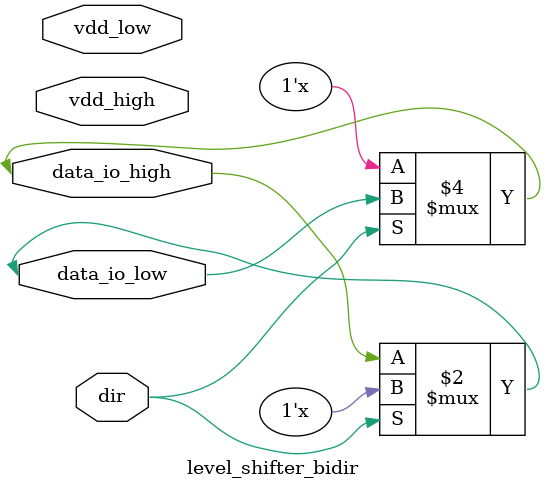
<source format=sv>

module level_shifter_down (
    input  logic vdd_high,   // High voltage supply
    input  logic vdd_low,    // Low voltage supply
    input  logic vss,        // Ground
    input  logic data_in,    // Input from high-V domain
    output logic data_out    // Output to low-V domain
);

    // Simplified behavioral model
    // Real implementation uses level shifting circuit
    
    assign data_out = data_in;
    
    // In real design:
    // - Input swings from 0 to vdd_high
    // - Output swings from 0 to vdd_low
    // - Simpler than up-shifter (passive divider possible)
    // - Must handle overvoltage protection

endmodule

// Level shifter with enable
module level_shifter_down_en (
    input  logic data_in,
    input  logic enable,
    output logic data_out
);

    assign data_out = enable ? data_in : 1'b0;

endmodule

// Bidirectional level shifter
module level_shifter_bidir (
    input  logic vdd_high,
    input  logic vdd_low,
    input  logic dir,        // 0=high->low, 1=low->high
    inout  logic data_io_high,
    inout  logic data_io_low
);

    // Bidirectional level shifting
    assign data_io_low  = (dir == 0) ? data_io_high : 1'bz;
    assign data_io_high = (dir == 1) ? data_io_low  : 1'bz;

endmodule

</source>
